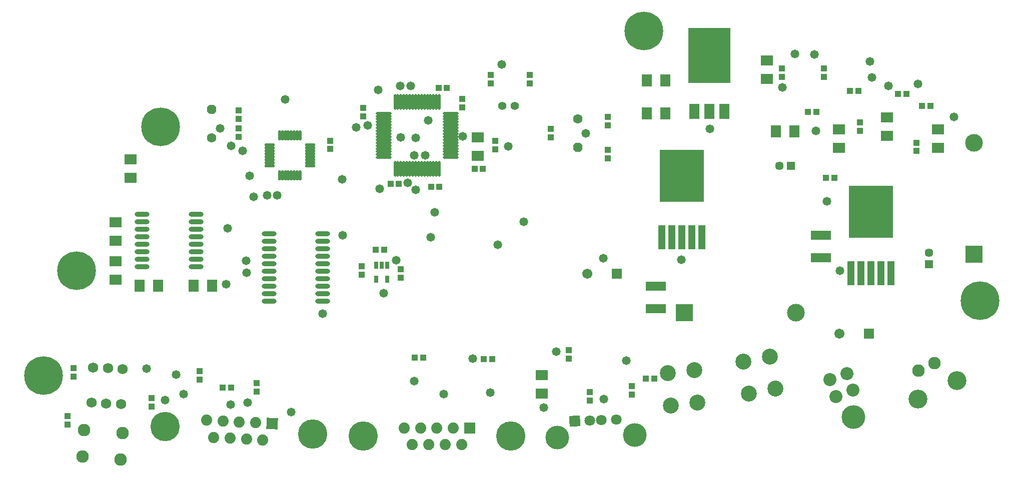
<source format=gbs>
%FSLAX25Y25*%
%MOIN*%
G70*
G01*
G75*
G04 Layer_Color=16711935*
%ADD10P,0.08352X4X381.0*%
%ADD11R,0.05906X0.05906*%
%ADD12P,0.08352X4X393.0*%
%ADD13P,0.08352X4X375.0*%
%ADD14P,0.08352X4X387.0*%
%ADD15P,0.08352X4X165.0*%
%ADD16R,0.05906X0.05906*%
%ADD17C,0.01000*%
%ADD18C,0.01969*%
%ADD19C,0.07874*%
%ADD20C,0.14961*%
%ADD21C,0.11811*%
%ADD22C,0.07575*%
%ADD23C,0.09843*%
%ADD24P,0.08908X4X47.0*%
%ADD25C,0.06299*%
%ADD26C,0.18740*%
%ADD27P,0.09410X4X312.0*%
%ADD28C,0.06654*%
%ADD29C,0.05906*%
%ADD30C,0.11024*%
%ADD31R,0.11024X0.11024*%
%ADD32C,0.25000*%
%ADD33C,0.05512*%
%ADD34P,0.05966X8X112.5*%
%ADD35R,0.06654X0.06654*%
%ADD36R,0.11024X0.11024*%
%ADD37R,0.04921X0.04921*%
%ADD38C,0.04921*%
G04:AMPARAMS|DCode=39|XSize=60mil|YSize=59.96mil|CornerRadius=0mil|HoleSize=0mil|Usage=FLASHONLY|Rotation=357.000|XOffset=0mil|YOffset=0mil|HoleType=Round|Shape=Round|*
%AMOVALD39*
21,1,0.00004,0.05996,0.00000,0.00000,357.0*
1,1,0.05996,-0.00002,0.00000*
1,1,0.05996,0.00002,-0.00000*
%
%ADD39OVALD39*%

%ADD40C,0.04724*%
%ADD41R,0.04921X0.04921*%
%ADD42C,0.05000*%
%ADD43O,0.01181X0.09843*%
%ADD44O,0.09843X0.01181*%
%ADD45R,0.03150X0.03543*%
%ADD46R,0.03543X0.03150*%
%ADD47R,0.07480X0.05906*%
%ADD48R,0.12992X0.05512*%
%ADD49O,0.09055X0.02362*%
%ADD50R,0.03937X0.15551*%
%ADD51R,0.05906X0.07480*%
%ADD52R,0.05906X0.09449*%
%ADD53R,0.27362X0.35827*%
%ADD54R,0.28740X0.34252*%
%ADD55R,0.02362X0.04331*%
%ADD56O,0.06102X0.01181*%
%ADD57O,0.01181X0.06102*%
%ADD58C,0.00984*%
%ADD59C,0.00787*%
%ADD60C,0.00500*%
%ADD61C,0.00591*%
%ADD62P,0.09483X4X381.0*%
%ADD63R,0.06706X0.06706*%
%ADD64P,0.09483X4X393.0*%
%ADD65P,0.09483X4X375.0*%
%ADD66P,0.09483X4X387.0*%
%ADD67P,0.09483X4X165.0*%
%ADD68R,0.06706X0.06706*%
%ADD69C,0.08674*%
%ADD70C,0.15761*%
%ADD71C,0.12611*%
%ADD72C,0.08375*%
%ADD73C,0.10642*%
%ADD74P,0.10040X4X47.0*%
%ADD75C,0.07099*%
%ADD76C,0.19540*%
%ADD77P,0.10541X4X312.0*%
%ADD78C,0.07453*%
%ADD79C,0.06706*%
%ADD80C,0.11824*%
%ADD81R,0.11824X0.11824*%
%ADD82C,0.25800*%
%ADD83C,0.06312*%
%ADD84P,0.06832X8X112.5*%
%ADD85R,0.07453X0.07453*%
%ADD86R,0.11824X0.11824*%
%ADD87R,0.05721X0.05721*%
%ADD88C,0.05721*%
G04:AMPARAMS|DCode=89|XSize=68mil|YSize=67.96mil|CornerRadius=0mil|HoleSize=0mil|Usage=FLASHONLY|Rotation=357.000|XOffset=0mil|YOffset=0mil|HoleType=Round|Shape=Round|*
%AMOVALD89*
21,1,0.00004,0.06796,0.00000,0.00000,357.0*
1,1,0.06796,-0.00002,0.00000*
1,1,0.06796,0.00002,-0.00000*
%
%ADD89OVALD89*%

%ADD90C,0.05524*%
%ADD91R,0.05721X0.05721*%
%ADD92C,0.05800*%
%ADD93O,0.01981X0.10642*%
%ADD94O,0.10642X0.01981*%
%ADD95R,0.03950X0.04343*%
%ADD96R,0.04343X0.03950*%
%ADD97R,0.08280X0.06706*%
%ADD98R,0.13792X0.06312*%
%ADD99O,0.09855X0.03162*%
%ADD100R,0.04737X0.16351*%
%ADD101R,0.06706X0.08280*%
%ADD102R,0.06706X0.10249*%
%ADD103R,0.28162X0.36627*%
%ADD104R,0.29540X0.35052*%
%ADD105R,0.03162X0.05131*%
%ADD106O,0.06902X0.01981*%
%ADD107O,0.01981X0.06902*%
D63*
X1073843Y818000D02*
D03*
X1241878Y778000D02*
D03*
D69*
X1220000Y736000D02*
D03*
X1227059Y751138D02*
D03*
X1215960Y747099D02*
D03*
X1231099Y740040D02*
D03*
D70*
X1231366Y722038D02*
D03*
X1085869Y710318D02*
D03*
X1034168Y708512D02*
D03*
D71*
X1300572Y746391D02*
D03*
X1274453Y734211D02*
D03*
D72*
X1285677Y758211D02*
D03*
X1274973Y753220D02*
D03*
X743222Y693948D02*
D03*
X717693Y695733D02*
D03*
X718929Y713407D02*
D03*
X744457Y711622D02*
D03*
D73*
X1125356Y753387D02*
D03*
X1107737Y751535D02*
D03*
X1127619Y731852D02*
D03*
X1110000Y730000D02*
D03*
X1175687Y762401D02*
D03*
X1158240Y759325D02*
D03*
X1179447Y741076D02*
D03*
X1162000Y738000D02*
D03*
D74*
X1045875Y719597D02*
D03*
D75*
X1055712Y719940D02*
D03*
X1073418Y720559D02*
D03*
X1063581Y720215D02*
D03*
D76*
X772832Y715925D02*
D03*
X871083Y710776D02*
D03*
X1003193Y709402D02*
D03*
X904807D02*
D03*
D77*
X844031Y717792D02*
D03*
D78*
X838001Y706911D02*
D03*
X833141Y718362D02*
D03*
X827110Y707482D02*
D03*
X822250Y718933D02*
D03*
X816220Y708053D02*
D03*
X811359Y719504D02*
D03*
X805329Y708624D02*
D03*
X800469Y720075D02*
D03*
X932189Y714992D02*
D03*
X937642Y703811D02*
D03*
X943095Y714992D02*
D03*
X948547Y703811D02*
D03*
X954000Y714992D02*
D03*
X959453Y703811D02*
D03*
X964906Y714992D02*
D03*
X970358Y703811D02*
D03*
D79*
X1054157Y818000D02*
D03*
X1222193Y778000D02*
D03*
D80*
X1312000Y905087D02*
D03*
X1193087Y792000D02*
D03*
D81*
X1312000Y830913D02*
D03*
D82*
X714000Y820000D02*
D03*
X1316000Y800000D02*
D03*
X1092000Y980000D02*
D03*
X770000Y916000D02*
D03*
X692000Y750000D02*
D03*
D83*
X1047800Y921306D02*
D03*
X804000Y908394D02*
D03*
D84*
X1047800Y902094D02*
D03*
X804000Y927606D02*
D03*
D85*
X975811Y714992D02*
D03*
D86*
X1118913Y792000D02*
D03*
D87*
X1282000Y824063D02*
D03*
D88*
Y831937D02*
D03*
X1182063Y890000D02*
D03*
D89*
X743356Y730698D02*
D03*
X744592Y754287D02*
D03*
X733527Y731213D02*
D03*
X734763Y754803D02*
D03*
X724934Y755318D02*
D03*
X723698Y731728D02*
D03*
D90*
X1005934Y929700D02*
D03*
X997666D02*
D03*
D91*
X1189937Y890000D02*
D03*
D92*
X994500Y837200D02*
D03*
X952600Y858900D02*
D03*
X915800Y874400D02*
D03*
X949700Y842200D02*
D03*
X814500Y848300D02*
D03*
X929800Y908800D02*
D03*
X939900Y908400D02*
D03*
X832000Y869300D02*
D03*
X971300Y909600D02*
D03*
X853000Y934200D02*
D03*
X915000Y940500D02*
D03*
X900100Y915500D02*
D03*
X908000Y917000D02*
D03*
X926700Y826800D02*
D03*
X918600Y804900D02*
D03*
X829300Y883100D02*
D03*
X948200Y920200D02*
D03*
X1065300Y734200D02*
D03*
X1033400Y765700D02*
D03*
X824500Y899700D02*
D03*
X817000Y903200D02*
D03*
X929400Y943300D02*
D03*
X936500D02*
D03*
X827100Y818500D02*
D03*
X826700Y826400D02*
D03*
X840700Y870300D02*
D03*
X847600D02*
D03*
X946100Y896800D02*
D03*
X938700Y896900D02*
D03*
X934600Y878400D02*
D03*
X939700Y873800D02*
D03*
X809400Y914800D02*
D03*
X890780Y880700D02*
D03*
X1011700Y852540D02*
D03*
X785200Y737500D02*
D03*
X780100Y750600D02*
D03*
X773000Y733600D02*
D03*
X857000Y725500D02*
D03*
X828000Y732000D02*
D03*
X939000Y746200D02*
D03*
X1222500Y820000D02*
D03*
X1254700Y943200D02*
D03*
X1298600Y922500D02*
D03*
X1274500Y944400D02*
D03*
X1243700Y948700D02*
D03*
X1242600Y959600D02*
D03*
X1206400Y913200D02*
D03*
X1205400Y964100D02*
D03*
X1192500Y964500D02*
D03*
X1184100Y942300D02*
D03*
X1135900Y914500D02*
D03*
X1213700Y866200D02*
D03*
X1064800Y828200D02*
D03*
X1116700Y827300D02*
D03*
X989400Y738600D02*
D03*
X877900Y791200D02*
D03*
X891200Y843600D02*
D03*
X760600Y754500D02*
D03*
X997200Y957500D02*
D03*
X1080300Y759900D02*
D03*
X1025100Y728500D02*
D03*
X1053300Y911500D02*
D03*
X1001500Y902900D02*
D03*
X977800Y761300D02*
D03*
X816500Y730500D02*
D03*
X813500Y811000D02*
D03*
X958500Y737500D02*
D03*
D93*
X955564Y932444D02*
D03*
X953595D02*
D03*
X951627D02*
D03*
X949658D02*
D03*
X947690D02*
D03*
X945721D02*
D03*
X943753D02*
D03*
X941784D02*
D03*
X939816D02*
D03*
X937847D02*
D03*
X935879D02*
D03*
X933910D02*
D03*
X931942D02*
D03*
X929973D02*
D03*
X928005D02*
D03*
X926036D02*
D03*
Y887956D02*
D03*
X928005D02*
D03*
X929973D02*
D03*
X931942D02*
D03*
X933910D02*
D03*
X935879D02*
D03*
X937847D02*
D03*
X939816D02*
D03*
X941784D02*
D03*
X943753D02*
D03*
X945721D02*
D03*
X947690D02*
D03*
X949658D02*
D03*
X951627D02*
D03*
X953595D02*
D03*
X955564D02*
D03*
D94*
X918556Y924964D02*
D03*
Y922995D02*
D03*
Y921027D02*
D03*
Y919058D02*
D03*
Y917090D02*
D03*
Y915121D02*
D03*
Y913153D02*
D03*
Y911184D02*
D03*
Y909216D02*
D03*
Y907247D02*
D03*
Y905279D02*
D03*
Y903310D02*
D03*
Y901342D02*
D03*
Y899373D02*
D03*
Y897405D02*
D03*
Y895436D02*
D03*
X963044D02*
D03*
Y897405D02*
D03*
Y899373D02*
D03*
Y901342D02*
D03*
Y903310D02*
D03*
Y905279D02*
D03*
Y907247D02*
D03*
Y909216D02*
D03*
Y911184D02*
D03*
Y913153D02*
D03*
Y915121D02*
D03*
Y917090D02*
D03*
Y919058D02*
D03*
Y921027D02*
D03*
Y922995D02*
D03*
Y924964D02*
D03*
D95*
X939244Y762000D02*
D03*
X944756D02*
D03*
X1277244Y930000D02*
D03*
X1282756D02*
D03*
X1266756Y938000D02*
D03*
X1261244D02*
D03*
X811244Y742000D02*
D03*
X816756D02*
D03*
X979044Y887700D02*
D03*
X984556D02*
D03*
X1229244Y940000D02*
D03*
X1234756D02*
D03*
X1206756Y926000D02*
D03*
X1201244D02*
D03*
X990756Y761000D02*
D03*
X985244D02*
D03*
X1093244Y748000D02*
D03*
X1098756D02*
D03*
X1213244Y882000D02*
D03*
X1218756D02*
D03*
X928556Y877700D02*
D03*
X923044D02*
D03*
X955556Y875700D02*
D03*
X950044D02*
D03*
X918756Y834000D02*
D03*
X913244D02*
D03*
X955044Y941700D02*
D03*
X960556D02*
D03*
D96*
X834000Y744756D02*
D03*
Y739244D02*
D03*
X712000Y754756D02*
D03*
Y749244D02*
D03*
X904000Y817244D02*
D03*
Y822756D02*
D03*
X1042000Y766756D02*
D03*
Y761244D02*
D03*
X1056000Y738756D02*
D03*
Y733244D02*
D03*
X1029800Y914456D02*
D03*
Y908944D02*
D03*
X764000Y729244D02*
D03*
Y734756D02*
D03*
X796000Y752756D02*
D03*
Y747244D02*
D03*
X930000Y820756D02*
D03*
Y815244D02*
D03*
X822000Y926756D02*
D03*
Y921244D02*
D03*
X904800Y922944D02*
D03*
Y928456D02*
D03*
X970800Y934456D02*
D03*
Y928944D02*
D03*
X992800Y900944D02*
D03*
Y906456D02*
D03*
X989800Y950456D02*
D03*
Y944944D02*
D03*
X1015800Y950456D02*
D03*
Y944944D02*
D03*
X1067800Y916944D02*
D03*
Y922456D02*
D03*
Y900456D02*
D03*
Y894944D02*
D03*
X1084000Y737244D02*
D03*
Y742756D02*
D03*
X1273500Y905256D02*
D03*
Y899744D02*
D03*
X883000Y906656D02*
D03*
Y901144D02*
D03*
X1184000Y954756D02*
D03*
Y949244D02*
D03*
X1212000Y954756D02*
D03*
Y949244D02*
D03*
X708000Y717244D02*
D03*
Y722756D02*
D03*
X1236000Y913244D02*
D03*
Y918756D02*
D03*
X822000Y909244D02*
D03*
Y914756D02*
D03*
D97*
X1222000Y901898D02*
D03*
Y914102D02*
D03*
X1254000Y922102D02*
D03*
Y909898D02*
D03*
X1288000Y901898D02*
D03*
Y914102D02*
D03*
X1174000Y947898D02*
D03*
Y960102D02*
D03*
X740000Y826102D02*
D03*
Y813898D02*
D03*
Y839898D02*
D03*
Y852102D02*
D03*
X981300Y896598D02*
D03*
Y908802D02*
D03*
X750000Y894102D02*
D03*
Y881898D02*
D03*
X1024000Y750102D02*
D03*
Y737898D02*
D03*
D98*
X1100000Y809480D02*
D03*
Y794520D02*
D03*
X1210000Y843480D02*
D03*
Y828520D02*
D03*
D99*
X757587Y822500D02*
D03*
Y827500D02*
D03*
Y832500D02*
D03*
Y837500D02*
D03*
Y842500D02*
D03*
Y847500D02*
D03*
Y852500D02*
D03*
Y857500D02*
D03*
X793413Y822500D02*
D03*
Y827500D02*
D03*
Y832500D02*
D03*
Y837500D02*
D03*
Y842500D02*
D03*
Y847500D02*
D03*
Y852500D02*
D03*
Y857500D02*
D03*
X842087Y799500D02*
D03*
Y804500D02*
D03*
Y809500D02*
D03*
Y814500D02*
D03*
Y819500D02*
D03*
Y824500D02*
D03*
Y829500D02*
D03*
Y834500D02*
D03*
Y839500D02*
D03*
Y844500D02*
D03*
X877913Y799500D02*
D03*
Y804500D02*
D03*
Y809500D02*
D03*
Y814500D02*
D03*
Y819500D02*
D03*
Y824500D02*
D03*
Y829500D02*
D03*
Y834500D02*
D03*
Y839500D02*
D03*
Y844500D02*
D03*
D100*
X1229781Y818283D02*
D03*
X1236481D02*
D03*
X1243181D02*
D03*
X1249881D02*
D03*
X1256581D02*
D03*
X1103781Y842283D02*
D03*
X1110481D02*
D03*
X1117181D02*
D03*
X1123881D02*
D03*
X1130581D02*
D03*
D101*
X1106102Y925000D02*
D03*
X1093898D02*
D03*
X1106102Y947000D02*
D03*
X1093898D02*
D03*
X1179898Y913000D02*
D03*
X1192102D02*
D03*
X791898Y810000D02*
D03*
X804102D02*
D03*
X755898D02*
D03*
X768102D02*
D03*
D102*
X1125500Y926106D02*
D03*
X1135500D02*
D03*
X1145500D02*
D03*
D103*
X1135500Y963508D02*
D03*
D104*
X1243181Y859031D02*
D03*
X1117181Y883031D02*
D03*
D105*
X913372Y814151D02*
D03*
X920853D02*
D03*
Y823600D02*
D03*
X917113D02*
D03*
X913372D02*
D03*
D106*
X869386Y903790D02*
D03*
Y901821D02*
D03*
Y899853D02*
D03*
Y897884D02*
D03*
Y895916D02*
D03*
Y893947D02*
D03*
Y891979D02*
D03*
Y890010D02*
D03*
X842614D02*
D03*
Y891979D02*
D03*
Y893947D02*
D03*
Y895916D02*
D03*
Y897884D02*
D03*
Y899853D02*
D03*
Y901821D02*
D03*
Y903790D02*
D03*
D107*
X862890Y883514D02*
D03*
X860921D02*
D03*
X858953D02*
D03*
X856984D02*
D03*
X855016D02*
D03*
X853047D02*
D03*
X851079D02*
D03*
X849110D02*
D03*
Y910286D02*
D03*
X851079D02*
D03*
X853047D02*
D03*
X855016D02*
D03*
X856984D02*
D03*
X858953D02*
D03*
X860921D02*
D03*
X862890D02*
D03*
M02*

</source>
